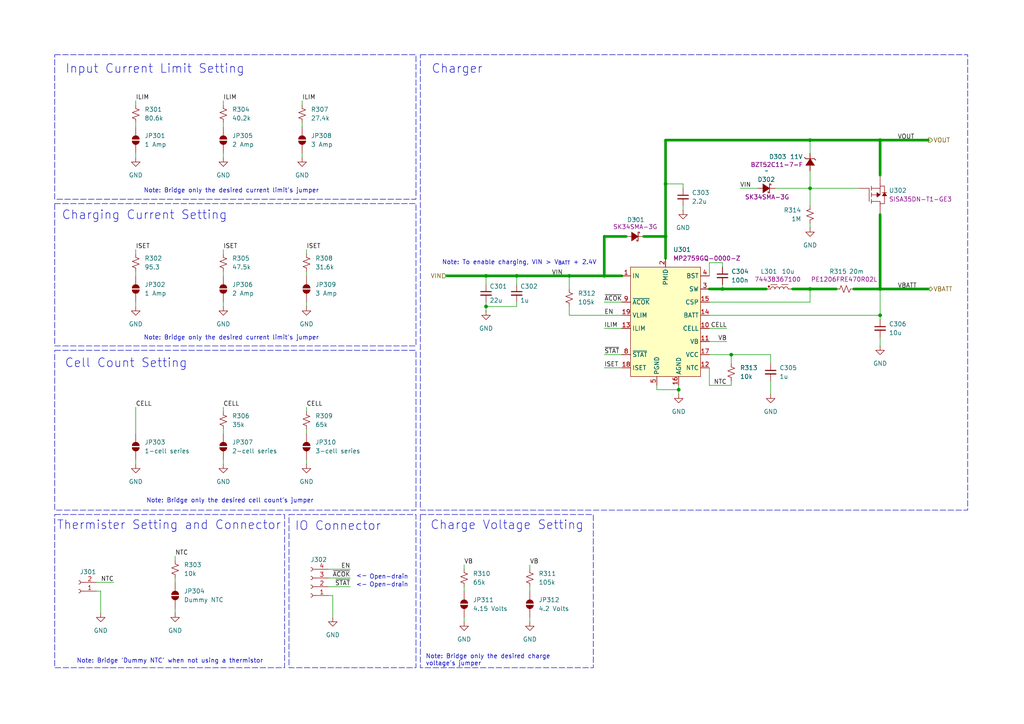
<source format=kicad_sch>
(kicad_sch (version 20231120) (generator "eeschema") (generator_version "8.0")
  (paper "A4")
  (title_block (date "2024-10-27") (rev "0.1.0") (company "University of Wisconsin-Platteville") (comment 1 "Nicholas Loehrke"))
  (lib_symbols
    (symbol "74438367100:74438367100" (pin_numbers hide) (pin_names hide)
      (property "Reference" "L" (at 1.016 5.08 0))
      (property "Value" "10u" (at 6.35 5.08 0))
      (property "MPN" "74438367100" (at 4.318 3.048 0))
      (symbol "74438367100_0_1"
        (polyline (pts (xy 1.27 1.27) (xy 3.175 1.27)))
        (polyline (pts (xy 6.35 1.27) (xy 4.445 1.27)))
        (arc (start 2.54 0) (mid 1.905 0.635) (end 1.27 0))
        (arc (start 3.81 0) (mid 3.175 0.635) (end 2.54 0))
        (arc (start 5.08 0) (mid 4.445 0.635) (end 3.81 0))
        (arc (start 6.35 0) (mid 5.715 0.635) (end 5.08 0))
      )
      (symbol "74438367100_1_1"
        (circle (center 0.7386 0.7103) (radius 0.2216) (fill (type outline)))
        (pin passive line (at 0 0 0) (length 1.27) (name "") (number "1"))
        (pin passive line (at 7.62 0 180) (length 1.27) (name "") (number "2"))
      )
    )
    (symbol "BZT52C11-7-F:BZT52C11-7-F" (pin_numbers hide)
      (property "Reference" "D" (at 2.54 4.826 0))
      (property "MPN" "BZT52C11-7-F" (at 1.778 2.794 0))
      (symbol "BZT52C11-7-F_0_1"
        (polyline (pts (xy 1.27 0) (xy 3.81 0)))
        (polyline (pts (xy 3.4817 -1.2956) (xy 3.4817 1.2444)) (stroke (width 0.2032)))
        (polyline (pts (xy 3.482 -1.2895) (xy 3.0877 -1.649)) (stroke (width 0.2032)))
        (polyline (pts (xy 3.4881 1.2526) (xy 3.8824 1.6121)) (stroke (width 0.2032)))
        (polyline (pts (xy 1.5767 1.2444) (xy 1.5767 -1.2956) (xy 3.4817 -0.0256) (xy 1.5767 1.2444)) (fill (type outline)))
      )
      (symbol "BZT52C11-7-F_1_1"
        (pin passive line (at 5.08 0 180) (length 1.27) (name "") (number "1"))
        (pin passive line (at 0 0 0) (length 1.27) (name "") (number "2"))
      )
    )
    (symbol "Connector:Conn_01x02_Socket" (pin_names (offset 1.016) hide)
      (property "Reference" "J" (at 0 2.54 0))
      (property "Value" "Conn_01x02_Socket" (at 0 -5.08 0))
      (symbol "Conn_01x02_Socket_1_1"
        (arc (start 0 -2.032) (mid -0.5058 -2.54) (end 0 -3.048) (stroke (width 0.1524)))
        (polyline (pts (xy -1.27 -2.54) (xy -0.508 -2.54)) (stroke (width 0.1524)))
        (polyline (pts (xy -1.27 0) (xy -0.508 0)) (stroke (width 0.1524)))
        (arc (start 0 0.508) (mid -0.5058 0) (end 0 -0.508) (stroke (width 0.1524)))
        (pin passive line (at -5.08 0 0) (length 3.81) (name "Pin_1") (number "1"))
        (pin passive line (at -5.08 -2.54 0) (length 3.81) (name "Pin_2") (number "2"))
      )
    )
    (symbol "Connector:Conn_01x04_Socket" (pin_names (offset 1.016) hide)
      (property "Reference" "J" (at 0 5.08 0))
      (property "Value" "Conn_01x04_Socket" (at 0 -7.62 0))
      (symbol "Conn_01x04_Socket_1_1"
        (arc (start 0 -4.572) (mid -0.5058 -5.08) (end 0 -5.588) (stroke (width 0.1524)))
        (arc (start 0 -2.032) (mid -0.5058 -2.54) (end 0 -3.048) (stroke (width 0.1524)))
        (polyline (pts (xy -1.27 -5.08) (xy -0.508 -5.08)) (stroke (width 0.1524)))
        (polyline (pts (xy -1.27 -2.54) (xy -0.508 -2.54)) (stroke (width 0.1524)))
        (polyline (pts (xy -1.27 0) (xy -0.508 0)) (stroke (width 0.1524)))
        (polyline (pts (xy -1.27 2.54) (xy -0.508 2.54)) (stroke (width 0.1524)))
        (arc (start 0 0.508) (mid -0.5058 0) (end 0 -0.508) (stroke (width 0.1524)))
        (arc (start 0 3.048) (mid -0.5058 2.54) (end 0 2.032) (stroke (width 0.1524)))
        (pin passive line (at -5.08 2.54 0) (length 3.81) (name "Pin_1") (number "1"))
        (pin passive line (at -5.08 0 0) (length 3.81) (name "Pin_2") (number "2"))
        (pin passive line (at -5.08 -2.54 0) (length 3.81) (name "Pin_3") (number "3"))
        (pin passive line (at -5.08 -5.08 0) (length 3.81) (name "Pin_4") (number "4"))
      )
    )
    (symbol "Device:C_Small" (pin_numbers hide) (pin_names (offset 0.254) hide)
      (property "Reference" "C" (at 0.254 1.778 0))
      (property "Value" "C_Small" (at 0.254 -2.032 0))
      (symbol "C_Small_0_1"
        (polyline (pts (xy -1.524 -0.508) (xy 1.524 -0.508)) (stroke (width 0.3302)))
        (polyline (pts (xy -1.524 0.508) (xy 1.524 0.508)) (stroke (width 0.3048)))
      )
      (symbol "C_Small_1_1"
        (pin passive line (at 0 2.54 270) (length 2.032) (name "~") (number "1"))
        (pin passive line (at 0 -2.54 90) (length 2.032) (name "~") (number "2"))
      )
    )
    (symbol "Device:R_Small_US" (pin_numbers hide) (pin_names (offset 0.254) hide)
      (property "Reference" "R" (at 0.762 0.508 0))
      (property "Value" "R_Small_US" (at 0.762 -1.016 0))
      (symbol "R_Small_US_1_1"
        (polyline (pts (xy 0 0) (xy 1.016 -0.381) (xy 0 -0.762) (xy -1.016 -1.143) (xy 0 -1.524)))
        (polyline (pts (xy 0 1.524) (xy 1.016 1.143) (xy 0 0.762) (xy -1.016 0.381) (xy 0 0)))
        (pin passive line (at 0 2.54 270) (length 1.016) (name "~") (number "1"))
        (pin passive line (at 0 -2.54 90) (length 1.016) (name "~") (number "2"))
      )
    )
    (symbol "Jumper:SolderJumper_2_Open" (pin_numbers hide) (pin_names (offset 0) hide) (exclude_from_sim yes) (in_bom no)
      (property "Reference" "JP" (at 0 2.032 0))
      (property "Value" "SolderJumper_2_Open" (at 0 -2.54 0))
      (symbol "SolderJumper_2_Open_0_1"
        (arc (start -0.254 1.016) (mid -1.2656 0) (end -0.254 -1.016))
        (arc (start -0.254 1.016) (mid -1.2656 0) (end -0.254 -1.016) (fill (type outline)))
        (polyline (pts (xy -0.254 1.016) (xy -0.254 -1.016)))
        (polyline (pts (xy 0.254 1.016) (xy 0.254 -1.016)))
        (arc (start 0.254 -1.016) (mid 1.2656 0) (end 0.254 1.016))
        (arc (start 0.254 -1.016) (mid 1.2656 0) (end 0.254 1.016) (fill (type outline)))
      )
      (symbol "SolderJumper_2_Open_1_1"
        (pin passive line (at -3.81 0 0) (length 2.54) (name "A") (number "1"))
        (pin passive line (at 3.81 0 180) (length 2.54) (name "B") (number "2"))
      )
    )
    (symbol "MP2759GQ-0000-Z:MP2759GQ-0000-Z"
      (property "Reference" "U" (at 12.954 16.256 0))
      (property "MPN" "MP2759GQ-0000-Z" (at 13.208 13.716 0))
      (symbol "MP2759GQ-0000-Z_1_1"
        (rectangle (start 2.54 2.54) (end 22.86 -29.21) (fill (type background)))
        (pin passive line (at 0 0 0) (length 2.54) (name "IN") (number "1"))
        (pin passive line (at 25.4 -15.24 180) (length 2.54) (name "CELL") (number "10"))
        (pin passive line (at 25.4 -19.05 180) (length 2.54) (name "VB") (number "11"))
        (pin passive line (at 25.4 -26.67 180) (length 2.54) (name "NTC") (number "12"))
        (pin passive line (at 0 -15.24 0) (length 2.54) (name "ILIM") (number "13"))
        (pin passive line (at 25.4 -11.43 180) (length 2.54) (name "BATT") (number "14"))
        (pin passive line (at 25.4 -7.62 180) (length 2.54) (name "CSP") (number "15"))
        (pin passive line (at 16.51 -31.75 90) (length 2.54) (name "AGND") (number "16"))
        (pin passive line (at 25.4 -22.86 180) (length 2.54) (name "VCC") (number "17"))
        (pin passive line (at 0 -26.67 0) (length 2.54) (name "ISET") (number "18"))
        (pin passive line (at 0 -11.43 0) (length 2.54) (name "VLIM") (number "19"))
        (pin passive line (at 12.7 5.08 270) (length 2.54) (name "PMID") (number "2"))
        (pin passive line (at 25.4 -3.81 180) (length 2.54) (name "SW") (number "3"))
        (pin passive line (at 25.4 0 180) (length 2.54) (name "BST") (number "4"))
        (pin passive line (at 10.16 -31.75 90) (length 2.54) (name "PGND") (number "5"))
        (pin passive line (at 10.16 -31.75 90) (length 2.54) hide (name "PGND") (number "6"))
        (pin passive line (at 10.16 -31.75 90) (length 2.54) hide (name "PGND") (number "7"))
        (pin passive line (at 0 -22.86 0) (length 2.54) (name "~{STAT}") (number "8"))
        (pin passive line (at 0 -7.62 0) (length 2.54) (name "~{ACOK}") (number "9"))
      )
    )
    (symbol "PE1206FRE470R02L:PE1206FRE470R02L" (pin_numbers hide) (pin_names hide)
      (property "Reference" "R" (at 2.8575 4.7625 0))
      (property "Value" "20m" (at 3.1115 2.7305 0))
      (property "MPN" "PE1206FRE470R02L" (at 3.1115 -2.3495 0))
      (symbol "PE1206FRE470R02L_1_1"
        (polyline (pts (xy 1.016 0) (xy 1.397 1.016) (xy 1.778 0) (xy 2.159 -1.016) (xy 2.54 0)))
        (polyline (pts (xy 2.54 0) (xy 2.921 1.016) (xy 3.302 0) (xy 3.683 -1.016) (xy 4.064 0)))
        (pin passive line (at 0 0 0) (length 1.016) (name "~") (number "1"))
        (pin passive line (at 5.08 0 180) (length 1.016) (name "~") (number "2"))
      )
    )
    (symbol "SISA35DN-T1-GE3:SISA35DN-T1-GE3" (pin_numbers hide)
      (property "Reference" "U" (at 5.842 -3.302 0))
      (property "MPN" "SISA35DN-T1-GE3" (at 14.224 -5.334 0))
      (symbol "SISA35DN-T1-GE3_0_1"
        (polyline (pts (xy 0 -6.985) (xy 0 -8.255)))
        (polyline (pts (xy 0 -5.715) (xy 1.905 -5.715)))
        (polyline (pts (xy 0 -5.08) (xy 0 -6.35)))
        (polyline (pts (xy 0 -3.175) (xy 0 -4.445)))
        (polyline (pts (xy 2.54 -8.89) (xy 2.54 -8.255)))
        (polyline (pts (xy 2.54 -3.175) (xy 2.54 -2.54)))
        (polyline (pts (xy 3.175 -5.08) (xy 4.445 -5.08)))
        (polyline (pts (xy -0.635 -7.62) (xy -0.635 -3.81) (xy -1.27 -3.81)))
        (polyline (pts (xy 0 -3.81) (xy 2.54 -3.81) (xy 2.54 -5.715)))
        (polyline (pts (xy 2.54 -8.255) (xy 2.54 -7.62) (xy 0 -7.62)))
        (polyline (pts (xy 2.54 -8.255) (xy 3.81 -8.255) (xy 3.81 -5.715)))
        (polyline (pts (xy 2.54 -5.715) (xy 1.6169 -6.3499) (xy 1.6169 -5.0799) (xy 2.54 -5.7024)) (fill (type outline)))
        (polyline (pts (xy 3.81 -5.08) (xy 3.81 -3.175) (xy 2.54 -3.175) (xy 2.54 -3.81)))
        (polyline (pts (xy 3.81 -5.08) (xy 4.4449 -6.0031) (xy 3.1749 -6.0031) (xy 3.7974 -5.08)) (fill (type outline)))
      )
      (symbol "SISA35DN-T1-GE3_1_1"
        (pin passive line (at 2.54 0 270) (length 2.54) (name "") (number "1"))
        (pin passive line (at -3.81 -3.81 0) (length 2.54) (name "") (number "4"))
        (pin passive line (at 2.54 -11.43 90) (length 2.54) (name "") (number "5"))
      )
    )
    (symbol "SK34SMA-3G:SK34SMA-3G" (pin_numbers hide)
      (property "Reference" "D" (at 2.54 4.318 0))
      (property "MPN" "SK34SMA-3G" (at 2.54 2.54 0))
      (symbol "SK34SMA-3G_0_1"
        (polyline (pts (xy 1.27 0) (xy 3.81 0)))
        (polyline (pts (xy 3.4817 -1.2956) (xy 3.4817 1.2444)) (stroke (width 0.2032)))
        (polyline (pts (xy 3.4817 -1.2956) (xy 3.0781 -1.296) (xy 3.0781 -0.9489)) (stroke (width 0.2032)))
        (polyline (pts (xy 3.4817 1.2444) (xy 3.8853 1.2448) (xy 3.8853 0.8977)) (stroke (width 0.2032)))
        (polyline (pts (xy 1.5767 1.2444) (xy 1.5767 -1.2956) (xy 3.4817 -0.0256) (xy 1.5767 1.2444)) (fill (type outline)))
      )
      (symbol "SK34SMA-3G_1_1"
        (pin passive line (at 5.08 0 180) (length 1.27) (name "") (number "1"))
        (pin passive line (at 0 0 0) (length 1.27) (name "") (number "2"))
      )
    )
    (symbol "power:GND" (power) (pin_numbers hide) (pin_names (offset 0) hide)
      (property "Value" "GND" (at 0 -3.81 0))
      (symbol "GND_0_1"
        (polyline (pts (xy 0 0) (xy 0 -1.27) (xy 1.27 -1.27) (xy 0 -2.54) (xy -1.27 -1.27) (xy 0 -1.27)))
      )
      (symbol "GND_1_1"
        (pin power_in line (at 0 0 270) (length 0) (name "~") (number "1"))
      )
    )
  )
  (junction (at 175.26 80.01))
  (junction (at 193.04 68.58))
  (junction (at 212.09 102.87))
  (junction (at 234.95 54.61))
  (junction (at 193.04 53.34))
  (junction (at 140.97 88.9))
  (junction (at 140.97 80.01))
  (junction (at 255.27 83.82))
  (junction (at 149.86 80.01))
  (junction (at 209.55 83.82))
  (junction (at 255.27 91.44))
  (junction (at 234.95 83.82))
  (junction (at 255.27 40.64))
  (junction (at 196.85 113.03))
  (junction (at 165.1 80.01))
  (junction (at 234.95 40.64))
  (wire (pts (xy 214.63 54.61) (xy 219.71 54.61)))
  (wire (pts (xy 209.55 82.55) (xy 209.55 83.82)))
  (wire (pts (xy 175.26 95.25) (xy 180.34 95.25)))
  (wire (pts (xy 149.86 80.01) (xy 149.86 82.55)))
  (wire (pts (xy 234.95 83.82) (xy 242.57 83.82)) (stroke (width 0.762)))
  (wire (pts (xy 87.63 44.45) (xy 87.63 45.72)))
  (wire (pts (xy 212.09 102.87) (xy 212.09 105.41)))
  (wire (pts (xy 64.77 72.39) (xy 64.77 73.66)))
  (wire (pts (xy 175.26 80.01) (xy 180.34 80.01)) (stroke (width 0.762)))
  (wire (pts (xy 140.97 88.9) (xy 140.97 90.17)))
  (wire (pts (xy 175.26 68.58) (xy 181.61 68.58)) (stroke (width 0.762)))
  (wire (pts (xy 205.74 91.44) (xy 255.27 91.44)))
  (wire (pts (xy 255.27 40.64) (xy 255.27 50.8)) (stroke (width 0.762)))
  (wire (pts (xy 212.09 102.87) (xy 223.52 102.87)))
  (wire (pts (xy 223.52 105.41) (xy 223.52 102.87)))
  (wire (pts (xy 88.9 119.38) (xy 88.9 118.11)))
  (wire (pts (xy 175.26 106.68) (xy 180.34 106.68)))
  (wire (pts (xy 39.37 44.45) (xy 39.37 45.72)))
  (wire (pts (xy 64.77 87.63) (xy 64.77 88.9)))
  (wire (pts (xy 190.5 111.76) (xy 190.5 113.03)))
  (wire (pts (xy 255.27 97.79) (xy 255.27 100.33)))
  (wire (pts (xy 193.04 53.34) (xy 198.12 53.34)))
  (wire (pts (xy 165.1 80.01) (xy 175.26 80.01)) (stroke (width 0.762)))
  (wire (pts (xy 64.77 78.74) (xy 64.77 80.01)))
  (wire (pts (xy 234.95 49.53) (xy 234.95 54.61)))
  (wire (pts (xy 101.6 170.18) (xy 95.25 170.18)))
  (wire (pts (xy 88.9 133.35) (xy 88.9 134.62)))
  (wire (pts (xy 153.67 170.18) (xy 153.67 171.45)))
  (wire (pts (xy 153.67 179.07) (xy 153.67 180.34)))
  (wire (pts (xy 255.27 91.44) (xy 255.27 83.82)))
  (wire (pts (xy 234.95 54.61) (xy 248.92 54.61)))
  (wire (pts (xy 87.63 29.21) (xy 87.63 30.48)))
  (wire (pts (xy 205.74 106.68) (xy 205.74 111.76)))
  (wire (pts (xy 64.77 44.45) (xy 64.77 45.72)))
  (wire (pts (xy 255.27 91.44) (xy 255.27 92.71)))
  (wire (pts (xy 234.95 64.77) (xy 234.95 66.04)))
  (wire (pts (xy 87.63 35.56) (xy 87.63 36.83)))
  (wire (pts (xy 39.37 133.35) (xy 39.37 134.62)))
  (wire (pts (xy 175.26 87.63) (xy 180.34 87.63)))
  (wire (pts (xy 198.12 53.34) (xy 198.12 54.61)))
  (wire (pts (xy 149.86 80.01) (xy 165.1 80.01)) (stroke (width 0.762)))
  (wire (pts (xy 196.85 113.03) (xy 196.85 114.3)))
  (wire (pts (xy 88.9 78.74) (xy 88.9 80.01)))
  (wire (pts (xy 140.97 80.01) (xy 149.86 80.01)) (stroke (width 0.762)))
  (wire (pts (xy 129.54 80.01) (xy 140.97 80.01)) (stroke (width 0.762)))
  (wire (pts (xy 209.55 83.82) (xy 222.25 83.82)) (stroke (width 0.762)))
  (wire (pts (xy 88.9 124.46) (xy 88.9 125.73)))
  (wire (pts (xy 193.04 40.64) (xy 234.95 40.64)) (stroke (width 0.762)))
  (wire (pts (xy 27.94 171.45) (xy 29.21 171.45)))
  (wire (pts (xy 64.77 118.11) (xy 64.77 119.38)))
  (wire (pts (xy 234.95 40.64) (xy 255.27 40.64)) (stroke (width 0.762)))
  (wire (pts (xy 165.1 80.01) (xy 165.1 83.82)))
  (wire (pts (xy 175.26 102.87) (xy 180.34 102.87)))
  (wire (pts (xy 88.9 87.63) (xy 88.9 88.9)))
  (wire (pts (xy 64.77 124.46) (xy 64.77 125.73)))
  (wire (pts (xy 205.74 111.76) (xy 212.09 111.76)))
  (wire (pts (xy 255.27 62.23) (xy 255.27 83.82)) (stroke (width 0.762)))
  (wire (pts (xy 39.37 29.21) (xy 39.37 30.48)))
  (wire (pts (xy 134.62 170.18) (xy 134.62 171.45)))
  (wire (pts (xy 165.1 88.9) (xy 165.1 91.44)))
  (wire (pts (xy 234.95 40.64) (xy 234.95 44.45)))
  (wire (pts (xy 50.8 176.53) (xy 50.8 177.8)))
  (wire (pts (xy 224.79 54.61) (xy 234.95 54.61)))
  (wire (pts (xy 193.04 53.34) (xy 193.04 68.58)) (stroke (width 0.762)))
  (wire (pts (xy 101.6 167.64) (xy 95.25 167.64)))
  (wire (pts (xy 39.37 125.73) (xy 39.37 118.11)))
  (wire (pts (xy 193.04 40.64) (xy 193.04 53.34)) (stroke (width 0.762)))
  (wire (pts (xy 101.6 165.1) (xy 95.25 165.1)))
  (wire (pts (xy 212.09 111.76) (xy 212.09 110.49)))
  (wire (pts (xy 39.37 35.56) (xy 39.37 36.83)))
  (wire (pts (xy 96.52 172.72) (xy 96.52 179.07)))
  (wire (pts (xy 95.25 172.72) (xy 96.52 172.72)))
  (wire (pts (xy 175.26 80.01) (xy 175.26 68.58)) (stroke (width 0.762)))
  (wire (pts (xy 205.74 80.01) (xy 205.74 76.2)))
  (wire (pts (xy 50.8 167.64) (xy 50.8 168.91)))
  (wire (pts (xy 140.97 80.01) (xy 140.97 82.55)))
  (wire (pts (xy 234.95 54.61) (xy 234.95 59.69)))
  (wire (pts (xy 209.55 76.2) (xy 209.55 77.47)))
  (wire (pts (xy 234.95 87.63) (xy 234.95 83.82)))
  (wire (pts (xy 196.85 113.03) (xy 196.85 111.76)))
  (wire (pts (xy 205.74 83.82) (xy 209.55 83.82)) (stroke (width 0.762)))
  (wire (pts (xy 210.82 95.25) (xy 205.74 95.25)))
  (wire (pts (xy 223.52 110.49) (xy 223.52 114.3)))
  (wire (pts (xy 255.27 83.82) (xy 247.65 83.82)) (stroke (width 0.762)))
  (wire (pts (xy 210.82 99.06) (xy 205.74 99.06)))
  (wire (pts (xy 29.21 171.45) (xy 29.21 177.8)))
  (wire (pts (xy 186.69 68.58) (xy 193.04 68.58)) (stroke (width 0.762)))
  (wire (pts (xy 205.74 102.87) (xy 212.09 102.87)))
  (wire (pts (xy 140.97 88.9) (xy 149.86 88.9)))
  (wire (pts (xy 205.74 76.2) (xy 209.55 76.2)))
  (wire (pts (xy 140.97 87.63) (xy 140.97 88.9)))
  (wire (pts (xy 255.27 83.82) (xy 269.24 83.82)) (stroke (width 0.762)))
  (wire (pts (xy 39.37 87.63) (xy 39.37 88.9)))
  (wire (pts (xy 50.8 161.29) (xy 50.8 162.56)))
  (wire (pts (xy 198.12 59.69) (xy 198.12 60.96)))
  (wire (pts (xy 39.37 72.39) (xy 39.37 73.66)))
  (wire (pts (xy 193.04 74.93) (xy 193.04 68.58)) (stroke (width 0.762)))
  (wire (pts (xy 33.02 168.91) (xy 27.94 168.91)))
  (wire (pts (xy 134.62 179.07) (xy 134.62 180.34)))
  (wire (pts (xy 64.77 35.56) (xy 64.77 36.83)))
  (wire (pts (xy 134.62 165.1) (xy 134.62 163.83)))
  (wire (pts (xy 153.67 165.1) (xy 153.67 163.83)))
  (wire (pts (xy 255.27 40.64) (xy 269.24 40.64)) (stroke (width 0.762)))
  (wire (pts (xy 165.1 91.44) (xy 180.34 91.44)))
  (wire (pts (xy 149.86 87.63) (xy 149.86 88.9)))
  (wire (pts (xy 205.74 87.63) (xy 234.95 87.63)))
  (wire (pts (xy 64.77 29.21) (xy 64.77 30.48)))
  (wire (pts (xy 39.37 78.74) (xy 39.37 80.01)))
  (wire (pts (xy 229.87 83.82) (xy 234.95 83.82)) (stroke (width 0.762)))
  (wire (pts (xy 64.77 133.35) (xy 64.77 134.62)))
  (wire (pts (xy 190.5 113.03) (xy 196.85 113.03)))
  (wire (pts (xy 88.9 72.39) (xy 88.9 73.66)))
  (rectangle (start 15.875 15.875) (end 120.65 57.785) (stroke (width 0) (type dash)))
  (rectangle (start 83.82 149.225) (end 120.65 193.675) (stroke (width 0) (type dash)))
  (rectangle (start 121.92 149.225) (end 172.085 193.675) (stroke (width 0) (type dash)))
  (rectangle (start 15.875 59.055) (end 120.65 100.33) (stroke (width 0) (type dash)))
  (rectangle (start 15.875 149.225) (end 82.55 193.675) (stroke (width 0) (type dash)))
  (rectangle (start 121.92 15.875) (end 280.67 147.955) (stroke (width 0) (type dash)))
  (rectangle (start 15.875 101.6) (end 120.65 147.955) (stroke (width 0) (type dash)))
  (text "Note: Bridge only the desired cell count's jumper" (at 42.418 145.288 0) (effects (font (size 1.27 1.27)) (justify left)))
  (text "Charging Current Setting" (at 41.91 62.484 0) (effects (font (size 2.54 2.54))))
  (text "Note: Bridge 'Dummy NTC' when not using a thermistor" (at 49.276 191.77 0) (effects (font (size 1.27 1.27))))
  (text "Thermister Setting and Connector" (at 49.022 152.4 0) (effects (font (size 2.54 2.54))))
  (text "<-" (at 104.902 167.132 0) (effects (font (size 1.27 1.27))))
  (text "Cell Count Setting" (at 36.576 105.41 0) (effects (font (size 2.54 2.54))))
  (text "Charger" (at 132.588 20.066 0) (effects (font (size 2.54 2.54))))
  (text "Note: Bridge only the desired charge \nvoltage's jumper" (at 123.444 191.516 0) (effects (font (size 1.27 1.27)) (justify left)))
  (text "IO Connector" (at 98.044 152.654 0) (effects (font (size 2.54 2.54))))
  (text "Input Current Limit Setting" (at 44.958 20.066 0) (effects (font (size 2.54 2.54))))
  (text "Note: Bridge only the desired current limit's jumper" (at 41.656 55.372 0) (effects (font (size 1.27 1.27)) (justify left)))
  (text "Open-drain" (at 112.776 169.672 0) (effects (font (size 1.27 1.27))))
  (text "Note: Bridge only the desired current limit's jumper" (at 41.656 98.044 0) (effects (font (size 1.27 1.27)) (justify left)))
  (text "<-" (at 104.902 169.672 0) (effects (font (size 1.27 1.27))))
  (text "Open-drain" (at 112.776 167.386 0) (effects (font (size 1.27 1.27))))
  (text "Note: To enable charging, VIN > V_{BATT} + 2.4V" (at 150.622 76.2 0) (effects (font (size 1.27 1.27))))
  (text "Charge Voltage Setting" (at 147.066 152.4 0) (effects (font (size 2.54 2.54))))
  (label "EN" (at 101.6 165.1 180))
  (label "~{STAT}" (at 175.26 102.87 0))
  (label "VB" (at 153.67 163.83 0))
  (label "ISET" (at 88.9 72.39 0))
  (label "ISET" (at 64.77 72.39 0))
  (label "NTC" (at 207.01 111.76 0))
  (label "~{ACOK}" (at 101.6 167.64 180))
  (label "ILIM" (at 87.63 29.21 0))
  (label "VIN" (at 160.02 80.01 0))
  (label "CELL" (at 64.77 118.11 0))
  (label "ILIM" (at 64.77 29.21 0))
  (label "CELL" (at 39.37 118.11 0))
  (label "EN" (at 175.26 91.44 0))
  (label "CELL" (at 88.9 118.11 0))
  (label "~{ACOK}" (at 175.26 87.63 0))
  (label "NTC" (at 33.02 168.91 180))
  (label "VB" (at 134.62 163.83 0))
  (label "CELL" (at 210.82 95.25 180))
  (label "VB" (at 210.82 99.06 180))
  (label "VIN" (at 214.63 54.61 0))
  (label "VBATT" (at 260.35 83.82 0))
  (label "ILIM" (at 39.37 29.21 0))
  (label "VOUT" (at 260.35 40.64 0))
  (label "NTC" (at 50.8 161.29 0))
  (label "~{STAT}" (at 101.6 170.18 180))
  (label "ISET" (at 39.37 72.39 0))
  (label "ISET" (at 175.26 106.68 0))
  (label "ILIM" (at 175.26 95.25 0))
  (hierarchical_label "VBATT" (shape bidirectional) (at 269.24 83.82 0))
  (hierarchical_label "VIN" (shape input) (at 129.54 80.01 180))
  (hierarchical_label "VOUT" (shape output) (at 269.24 40.64 0))
  (symbol (lib_id "PE1206FRE470R02L:PE1206FRE470R02L") (at 242.57 83.82 0) (unit 1)
    (property "Reference" "R315" (at 243.078 78.74 0))
    (property "Value" "20m" (at 248.412 78.74 0))
    (property "Footprint" "PE1206FRE470R02L:PE1206FRE470R02L" (effects (hide yes)))
    (property "Datasheet" "https://www.yageo.com/upload/media/product/app/datasheet/rchip/pyu-pe_521_rohs_l.pdf" (effects (hide yes)))
    (property "MPN" "PE1206FRE470R02L" (at 244.856 81.026 0))
  )
  (symbol (lib_id "power:GND") (at 29.21 177.8 0) (mirror y) (unit 1)
    (property "Reference" "#PWR0301" (effects (hide yes)))
    (property "Value" "GND" (at 29.21 182.88 0))
    (property "Description" "Power symbol creates a global label with name \"GND\" , ground" (effects (hide yes)))
  )
  (symbol (lib_id "power:GND") (at 88.9 88.9 0) (unit 1)
    (property "Reference" "#PWR0310" (effects (hide yes)))
    (property "Value" "GND" (at 88.9 93.98 0))
    (property "Description" "Power symbol creates a global label with name \"GND\" , ground" (effects (hide yes)))
  )
  (symbol (lib_id "power:GND") (at 234.95 66.04 0) (unit 1)
    (property "Reference" "#PWR0319" (effects (hide yes)))
    (property "Value" "GND" (at 234.95 71.12 0))
    (property "Description" "Power symbol creates a global label with name \"GND\" , ground" (effects (hide yes)))
  )
  (symbol (lib_id "power:GND") (at 64.77 88.9 0) (unit 1)
    (property "Reference" "#PWR0307" (effects (hide yes)))
    (property "Value" "GND" (at 64.77 93.98 0))
    (property "Description" "Power symbol creates a global label with name \"GND\" , ground" (effects (hide yes)))
  )
  (symbol (lib_id "Jumper:SolderJumper_2_Open") (at 88.9 83.82 90) (unit 1) (exclude_from_sim yes) (in_bom no)
    (property "Reference" "JP309" (at 91.44 82.5499 90) (effects (justify right)))
    (property "Value" "3 Amp" (at 91.44 85.0899 90) (effects (justify right)))
    (property "Footprint" "Jumper:SolderJumper-2_P1.3mm_Open_RoundedPad1.0x1.5mm" (effects (hide yes)))
    (property "Description" "Solder Jumper, 2-pole, open" (effects (hide yes)))
  )
  (symbol (lib_id "power:GND") (at 50.8 177.8 0) (unit 1)
    (property "Reference" "#PWR0305" (effects (hide yes)))
    (property "Value" "GND" (at 50.8 182.88 0))
    (property "Description" "Power symbol creates a global label with name \"GND\" , ground" (effects (hide yes)))
  )
  (symbol (lib_id "power:GND") (at 39.37 88.9 0) (unit 1)
    (property "Reference" "#PWR0303" (effects (hide yes)))
    (property "Value" "GND" (at 39.37 93.98 0))
    (property "Description" "Power symbol creates a global label with name \"GND\" , ground" (effects (hide yes)))
  )
  (symbol (lib_id "Jumper:SolderJumper_2_Open") (at 153.67 175.26 90) (unit 1) (exclude_from_sim yes) (in_bom no)
    (property "Reference" "JP312" (at 156.21 173.9899 90) (effects (justify right)))
    (property "Value" "4.2 Volts" (at 156.21 176.5299 90) (effects (justify right)))
    (property "Footprint" "Jumper:SolderJumper-2_P1.3mm_Open_RoundedPad1.0x1.5mm" (effects (hide yes)))
    (property "Description" "Solder Jumper, 2-pole, open" (effects (hide yes)))
  )
  (symbol (lib_id "Connector:Conn_01x02_Socket") (at 22.86 171.45 180) (unit 1)
    (property "Reference" "J301" (at 27.94 165.862 0) (effects (justify left)))
    (property "Value" "Conn_01x02_Socket" (effects (hide yes)))
    (property "Footprint" "Connector_JST:JST_XH_B2B-XH-A_1x02_P2.50mm_Vertical" (effects (hide yes)))
    (property "Description" "Generic connector, single row, 01x02, script generated" (effects (hide yes)))
  )
  (symbol (lib_id "Device:R_Small_US") (at 39.37 33.02 0) (unit 1)
    (property "Reference" "R301" (at 41.91 31.7499 0) (effects (justify left)))
    (property "Value" "80.6k" (at 41.91 34.2899 0) (effects (justify left)))
    (property "Footprint" "Resistor_SMD:R_0603_1608Metric" (effects (hide yes)))
    (property "Description" "Resistor, small US symbol" (effects (hide yes)))
  )
  (symbol (lib_id "Jumper:SolderJumper_2_Open") (at 87.63 40.64 90) (unit 1) (exclude_from_sim yes) (in_bom no)
    (property "Reference" "JP308" (at 90.17 39.3699 90) (effects (justify right)))
    (property "Value" "3 Amp" (at 90.17 41.9099 90) (effects (justify right)))
    (property "Footprint" "Jumper:SolderJumper-2_P1.3mm_Open_RoundedPad1.0x1.5mm" (effects (hide yes)))
    (property "Description" "Solder Jumper, 2-pole, open" (effects (hide yes)))
  )
  (symbol (lib_id "MP2759GQ-0000-Z:MP2759GQ-0000-Z") (at 180.34 80.01 0) (unit 1)
    (property "Reference" "U301" (at 195.2341 72.39 0) (effects (justify left)))
    (property "Footprint" "MP2759GQ-0000-Z:MP2759GQ-0000-Z" (effects (hide yes)))
    (property "Datasheet" "https://www.monolithicpower.com/en/documentview/productdocument/index/version/2/document_type/Datasheet/lang/en/sku/MP2759GQ/document_id/6770/" (effects (hide yes)))
    (property "Description" "36V Switching Charger with Power Path Management for 1-Cell to 6-Cell Batteries" (effects (hide yes)))
    (property "MPN" "MP2759GQ-0000-Z" (at 195.2341 74.93 0) (effects (justify left)))
  )
  (symbol (lib_id "Device:R_Small_US") (at 88.9 76.2 0) (unit 1)
    (property "Reference" "R308" (at 91.44 74.9299 0) (effects (justify left)))
    (property "Value" "31.6k" (at 91.44 77.4699 0) (effects (justify left)))
    (property "Footprint" "Resistor_SMD:R_0603_1608Metric" (effects (hide yes)))
    (property "Description" "Resistor, small US symbol" (effects (hide yes)))
  )
  (symbol (lib_id "Jumper:SolderJumper_2_Open") (at 64.77 83.82 90) (unit 1) (exclude_from_sim yes) (in_bom no)
    (property "Reference" "JP306" (at 67.31 82.5499 90) (effects (justify right)))
    (property "Value" "2 Amp" (at 67.31 85.0899 90) (effects (justify right)))
    (property "Footprint" "Jumper:SolderJumper-2_P1.3mm_Open_RoundedPad1.0x1.5mm" (effects (hide yes)))
    (property "Description" "Solder Jumper, 2-pole, open" (effects (hide yes)))
  )
  (symbol (lib_id "Device:R_Small_US") (at 234.95 62.23 0) (mirror y) (unit 1)
    (property "Reference" "R314" (at 232.41 60.9599 0) (effects (justify left)))
    (property "Value" "1M" (at 232.41 63.4999 0) (effects (justify left)))
    (property "Footprint" "Resistor_SMD:R_0603_1608Metric" (effects (hide yes)))
    (property "Description" "Resistor, small US symbol" (effects (hide yes)))
  )
  (symbol (lib_id "Device:R_Small_US") (at 87.63 33.02 0) (unit 1)
    (property "Reference" "R307" (at 90.17 31.7499 0) (effects (justify left)))
    (property "Value" "27.4k" (at 90.17 34.2899 0) (effects (justify left)))
    (property "Footprint" "Resistor_SMD:R_0603_1608Metric" (effects (hide yes)))
    (property "Description" "Resistor, small US symbol" (effects (hide yes)))
  )
  (symbol (lib_id "Jumper:SolderJumper_2_Open") (at 134.62 175.26 90) (unit 1) (exclude_from_sim yes) (in_bom no)
    (property "Reference" "JP311" (at 137.16 173.9899 90) (effects (justify right)))
    (property "Value" "4.15 Volts" (at 137.16 176.5299 90) (effects (justify right)))
    (property "Footprint" "Jumper:SolderJumper-2_P1.3mm_Open_RoundedPad1.0x1.5mm" (effects (hide yes)))
    (property "Description" "Solder Jumper, 2-pole, open" (effects (hide yes)))
  )
  (symbol (lib_id "Device:R_Small_US") (at 88.9 121.92 0) (unit 1)
    (property "Reference" "R309" (at 91.44 120.6499 0) (effects (justify left)))
    (property "Value" "65k" (at 91.44 123.1899 0) (effects (justify left)))
    (property "Footprint" "Resistor_SMD:R_0603_1608Metric" (effects (hide yes)))
    (property "Description" "Resistor, small US symbol" (effects (hide yes)))
  )
  (symbol (lib_id "Jumper:SolderJumper_2_Open") (at 39.37 40.64 90) (unit 1) (exclude_from_sim yes) (in_bom no)
    (property "Reference" "JP301" (at 41.91 39.3699 90) (effects (justify right)))
    (property "Value" "1 Amp" (at 41.91 41.9099 90) (effects (justify right)))
    (property "Footprint" "Jumper:SolderJumper-2_P1.3mm_Open_RoundedPad1.0x1.5mm" (effects (hide yes)))
    (property "Description" "Solder Jumper, 2-pole, open" (effects (hide yes)))
  )
  (symbol (lib_id "Jumper:SolderJumper_2_Open") (at 88.9 129.54 90) (unit 1) (exclude_from_sim yes) (in_bom no)
    (property "Reference" "JP310" (at 91.44 128.2699 90) (effects (justify right)))
    (property "Value" "3-cell series" (at 91.44 130.8099 90) (effects (justify right)))
    (property "Footprint" "Jumper:SolderJumper-2_P1.3mm_Open_RoundedPad1.0x1.5mm" (effects (hide yes)))
    (property "Description" "Solder Jumper, 2-pole, open" (effects (hide yes)))
  )
  (symbol (lib_id "Device:R_Small_US") (at 212.09 107.95 0) (unit 1)
    (property "Reference" "R313" (at 214.63 106.6799 0) (effects (justify left)))
    (property "Value" "10k" (at 214.63 109.2199 0) (effects (justify left)))
    (property "Footprint" "Resistor_SMD:R_0603_1608Metric" (effects (hide yes)))
    (property "Description" "Resistor, small US symbol" (effects (hide yes)))
  )
  (symbol (lib_id "power:GND") (at 255.27 100.33 0) (unit 1)
    (property "Reference" "#PWR0320" (effects (hide yes)))
    (property "Value" "GND" (at 255.27 105.41 0))
    (property "Description" "Power symbol creates a global label with name \"GND\" , ground" (effects (hide yes)))
  )
  (symbol (lib_id "Device:R_Small_US") (at 165.1 86.36 0) (unit 1)
    (property "Reference" "R312" (at 167.64 85.0899 0) (effects (justify left)))
    (property "Value" "105k" (at 167.64 87.6299 0) (effects (justify left)))
    (property "Footprint" "Resistor_SMD:R_0603_1608Metric" (effects (hide yes)))
    (property "Description" "Resistor, small US symbol" (effects (hide yes)))
  )
  (symbol (lib_id "power:GND") (at 153.67 180.34 0) (unit 1)
    (property "Reference" "#PWR0315" (effects (hide yes)))
    (property "Value" "GND" (at 153.67 185.42 0))
    (property "Description" "Power symbol creates a global label with name \"GND\" , ground" (effects (hide yes)))
  )
  (symbol (lib_id "Device:C_Small") (at 255.27 95.25 0) (unit 1)
    (property "Reference" "C306" (at 257.81 93.9862 0) (effects (justify left)))
    (property "Value" "10u" (at 257.81 96.5262 0) (effects (justify left)))
    (property "Footprint" "Capacitor_SMD:C_0805_2012Metric" (effects (hide yes)))
    (property "Description" "Unpolarized capacitor, small symbol" (effects (hide yes)))
  )
  (symbol (lib_id "power:GND") (at 88.9 134.62 0) (unit 1)
    (property "Reference" "#PWR0311" (effects (hide yes)))
    (property "Value" "GND" (at 88.9 139.7 0))
    (property "Description" "Power symbol creates a global label with name \"GND\" , ground" (effects (hide yes)))
  )
  (symbol (lib_id "Device:R_Small_US") (at 64.77 121.92 0) (unit 1)
    (property "Reference" "R306" (at 67.31 120.6499 0) (effects (justify left)))
    (property "Value" "35k" (at 67.31 123.1899 0) (effects (justify left)))
    (property "Footprint" "Resistor_SMD:R_0603_1608Metric" (effects (hide yes)))
    (property "Description" "Resistor, small US symbol" (effects (hide yes)))
  )
  (symbol (lib_id "Device:C_Small") (at 223.52 107.95 0) (unit 1)
    (property "Reference" "C305" (at 226.06 106.6862 0) (effects (justify left)))
    (property "Value" "1u" (at 226.06 109.2262 0) (effects (justify left)))
    (property "Footprint" "Capacitor_SMD:C_0603_1608Metric" (effects (hide yes)))
    (property "Description" "Unpolarized capacitor, small symbol" (effects (hide yes)))
  )
  (symbol (lib_id "SISA35DN-T1-GE3:SISA35DN-T1-GE3") (at 252.73 50.8 0) (unit 1)
    (property "Reference" "U302" (at 257.81 55.2449 0) (effects (justify left)))
    (property "Footprint" "SISA35DN-T1-GE3:SISA35DN-T1-GE3" (effects (hide yes)))
    (property "Datasheet" "https://www.vishay.com/docs/75831/sisa35dn.pdf" (effects (hide yes)))
    (property "MPN" "SISA35DN-T1-GE3" (at 257.81 57.7849 0) (effects (justify left)))
  )
  (symbol (lib_id "power:GND") (at 223.52 114.3 0) (unit 1)
    (property "Reference" "#PWR0318" (effects (hide yes)))
    (property "Value" "GND" (at 223.52 119.38 0))
    (property "Description" "Power symbol creates a global label with name \"GND\" , ground" (effects (hide yes)))
  )
  (symbol (lib_id "Jumper:SolderJumper_2_Open") (at 50.8 172.72 90) (unit 1) (exclude_from_sim yes) (in_bom no)
    (property "Reference" "JP304" (at 53.34 171.4499 90) (effects (justify right)))
    (property "Value" "Dummy NTC" (at 53.34 173.9899 90) (effects (justify right)))
    (property "Footprint" "Jumper:SolderJumper-2_P1.3mm_Open_RoundedPad1.0x1.5mm" (effects (hide yes)))
    (property "Description" "Solder Jumper, 2-pole, open" (effects (hide yes)))
  )
  (symbol (lib_id "Device:R_Small_US") (at 50.8 165.1 0) (unit 1)
    (property "Reference" "R303" (at 53.34 163.8299 0) (effects (justify left)))
    (property "Value" "10k" (at 53.34 166.3699 0) (effects (justify left)))
    (property "Footprint" "Resistor_SMD:R_0603_1608Metric" (effects (hide yes)))
    (property "Description" "Resistor, small US symbol" (effects (hide yes)))
  )
  (symbol (lib_id "power:GND") (at 196.85 114.3 0) (unit 1)
    (property "Reference" "#PWR0316" (effects (hide yes)))
    (property "Value" "GND" (at 196.85 119.38 0))
    (property "Description" "Power symbol creates a global label with name \"GND\" , ground" (effects (hide yes)))
  )
  (symbol (lib_id "power:GND") (at 64.77 45.72 0) (unit 1)
    (property "Reference" "#PWR0306" (effects (hide yes)))
    (property "Value" "GND" (at 64.77 50.8 0))
    (property "Description" "Power symbol creates a global label with name \"GND\" , ground" (effects (hide yes)))
  )
  (symbol (lib_id "Device:R_Small_US") (at 39.37 76.2 0) (unit 1)
    (property "Reference" "R302" (at 41.91 74.9299 0) (effects (justify left)))
    (property "Value" "95.3" (at 41.91 77.4699 0) (effects (justify left)))
    (property "Footprint" "Resistor_SMD:R_0603_1608Metric" (effects (hide yes)))
    (property "Description" "Resistor, small US symbol" (effects (hide yes)))
  )
  (symbol (lib_id "BZT52C11-7-F:BZT52C11-7-F") (at 234.95 49.53 90) (unit 1)
    (property "Reference" "D303" (at 223.012 45.466 90) (effects (justify right)))
    (property "Value" "11V" (at 229.108 45.466 90) (effects (justify right)))
    (property "Footprint" "BZT52C11-7-F:BZT52C11-7-F" (effects (hide yes)))
    (property "Datasheet" "https://www.diodes.com/assets/Datasheets/ds18004.pdf" (effects (hide yes)))
    (property "MPN" "BZT52C11-7-F" (at 217.678 47.752 90) (effects (justify right)))
  )
  (symbol (lib_id "power:GND") (at 140.97 90.17 0) (unit 1)
    (property "Reference" "#PWR0314" (effects (hide yes)))
    (property "Value" "GND" (at 140.97 95.25 0))
    (property "Description" "Power symbol creates a global label with name \"GND\" , ground" (effects (hide yes)))
  )
  (symbol (lib_id "power:GND") (at 96.52 179.07 0) (mirror y) (unit 1)
    (property "Reference" "#PWR0312" (effects (hide yes)))
    (property "Value" "GND" (at 96.52 184.15 0))
    (property "Description" "Power symbol creates a global label with name \"GND\" , ground" (effects (hide yes)))
  )
  (symbol (lib_id "Jumper:SolderJumper_2_Open") (at 64.77 129.54 90) (unit 1) (exclude_from_sim yes) (in_bom no)
    (property "Reference" "JP307" (at 67.31 128.2699 90) (effects (justify right)))
    (property "Value" "2-cell series" (at 67.31 130.8099 90) (effects (justify right)))
    (property "Footprint" "Jumper:SolderJumper-2_P1.3mm_Open_RoundedPad1.0x1.5mm" (effects (hide yes)))
    (property "Description" "Solder Jumper, 2-pole, open" (effects (hide yes)))
  )
  (symbol (lib_id "Jumper:SolderJumper_2_Open") (at 64.77 40.64 90) (unit 1) (exclude_from_sim yes) (in_bom no)
    (property "Reference" "JP305" (at 67.31 39.3699 90) (effects (justify right)))
    (property "Value" "2 Amp" (at 67.31 41.9099 90) (effects (justify right)))
    (property "Footprint" "Jumper:SolderJumper-2_P1.3mm_Open_RoundedPad1.0x1.5mm" (effects (hide yes)))
    (property "Description" "Solder Jumper, 2-pole, open" (effects (hide yes)))
  )
  (symbol (lib_id "74438367100:74438367100") (at 222.25 83.82 0) (unit 1)
    (property "Reference" "L301" (at 223.012 78.74 0))
    (property "Value" "10u" (at 228.6 78.74 0))
    (property "Footprint" "74438367100:74438367100" (effects (hide yes)))
    (property "Datasheet" "https://www.we-online.com/components/products/datasheet/74438367100.pdf" (effects (hide yes)))
    (property "MPN" "74438367100" (at 225.552 81.026 0))
  )
  (symbol (lib_id "Connector:Conn_01x04_Socket") (at 90.17 170.18 180) (unit 1)
    (property "Reference" "J302" (at 92.456 162.306 0))
    (property "Value" "Conn_01x04_Socket" (effects (hide yes)))
    (property "Footprint" "Connector_JST:JST_XH_B4B-XH-A_1x04_P2.50mm_Vertical" (effects (hide yes)))
    (property "Description" "Generic connector, single row, 01x04, script generated" (effects (hide yes)))
  )
  (symbol (lib_id "Device:C_Small") (at 140.97 85.09 0) (unit 1)
    (property "Reference" "C301" (at 141.986 83.058 0) (effects (justify left)))
    (property "Value" "22u" (at 141.986 87.122 0) (effects (justify left)))
    (property "Footprint" "Capacitor_SMD:C_1206_3216Metric" (effects (hide yes)))
    (property "Description" "Unpolarized capacitor, small symbol" (effects (hide yes)))
  )
  (symbol (lib_id "power:GND") (at 39.37 134.62 0) (unit 1)
    (property "Reference" "#PWR0304" (effects (hide yes)))
    (property "Value" "GND" (at 39.37 139.7 0))
    (property "Description" "Power symbol creates a global label with name \"GND\" , ground" (effects (hide yes)))
  )
  (symbol (lib_id "SK34SMA-3G:SK34SMA-3G") (at 181.61 68.58 0) (unit 1)
    (property "Reference" "D301" (at 184.404 63.754 0))
    (property "Value" "~" (at 184.2384 63.5 0))
    (property "Footprint" "SK34SMA-3G:SK34SMA-3G" (effects (hide yes)))
    (property "Datasheet" "https://diotec.com/request/datasheet/sk34sma-3g.pdf" (effects (hide yes)))
    (property "MPN" "SK34SMA-3G" (at 184.2384 65.786 0))
  )
  (symbol (lib_id "Device:R_Small_US") (at 134.62 167.64 0) (unit 1)
    (property "Reference" "R310" (at 137.16 166.3699 0) (effects (justify left)))
    (property "Value" "65k" (at 137.16 168.9099 0) (effects (justify left)))
    (property "Footprint" "Resistor_SMD:R_0603_1608Metric" (effects (hide yes)))
    (property "Description" "Resistor, small US symbol" (effects (hide yes)))
  )
  (symbol (lib_id "Device:C_Small") (at 209.55 80.01 0) (unit 1)
    (property "Reference" "C304" (at 212.09 78.7462 0) (effects (justify left)))
    (property "Value" "100n" (at 212.09 81.2862 0) (effects (justify left)))
    (property "Footprint" "Capacitor_SMD:C_0603_1608Metric" (effects (hide yes)))
    (property "Description" "Unpolarized capacitor, small symbol" (effects (hide yes)))
  )
  (symbol (lib_id "Device:C_Small") (at 198.12 57.15 0) (unit 1)
    (property "Reference" "C303" (at 200.66 55.8862 0) (effects (justify left)))
    (property "Value" "2.2u" (at 200.66 58.4262 0) (effects (justify left)))
    (property "Footprint" "Capacitor_SMD:C_1206_3216Metric" (effects (hide yes)))
    (property "Description" "Unpolarized capacitor, small symbol" (effects (hide yes)))
  )
  (symbol (lib_id "Device:R_Small_US") (at 153.67 167.64 0) (unit 1)
    (property "Reference" "R311" (at 156.21 166.3699 0) (effects (justify left)))
    (property "Value" "105k" (at 156.21 168.9099 0) (effects (justify left)))
    (property "Footprint" "Resistor_SMD:R_0603_1608Metric" (effects (hide yes)))
    (property "Description" "Resistor, small US symbol" (effects (hide yes)))
  )
  (symbol (lib_id "Device:R_Small_US") (at 64.77 76.2 0) (unit 1)
    (property "Reference" "R305" (at 67.31 74.9299 0) (effects (justify left)))
    (property "Value" "47.5k" (at 67.31 77.4699 0) (effects (justify left)))
    (property "Footprint" "Resistor_SMD:R_0603_1608Metric" (effects (hide yes)))
    (property "Description" "Resistor, small US symbol" (effects (hide yes)))
  )
  (symbol (lib_id "Jumper:SolderJumper_2_Open") (at 39.37 83.82 90) (unit 1) (exclude_from_sim yes) (in_bom no)
    (property "Reference" "JP302" (at 41.91 82.5499 90) (effects (justify right)))
    (property "Value" "1 Amp" (at 41.91 85.0899 90) (effects (justify right)))
    (property "Footprint" "Jumper:SolderJumper-2_P1.3mm_Open_RoundedPad1.0x1.5mm" (effects (hide yes)))
    (property "Description" "Solder Jumper, 2-pole, open" (effects (hide yes)))
  )
  (symbol (lib_id "SK34SMA-3G:SK34SMA-3G") (at 219.71 54.61 0) (unit 1)
    (property "Reference" "D302" (at 222.25 52.07 0))
    (property "Value" "~" (at 222.3384 49.53 0))
    (property "Footprint" "SK34SMA-3G:SK34SMA-3G" (effects (hide yes)))
    (property "Datasheet" "https://diotec.com/request/datasheet/sk34sma-3g.pdf" (effects (hide yes)))
    (property "MPN" "SK34SMA-3G" (at 222.504 57.15 0))
  )
  (symbol (lib_id "power:GND") (at 134.62 180.34 0) (unit 1)
    (property "Reference" "#PWR0313" (effects (hide yes)))
    (property "Value" "GND" (at 134.62 185.42 0))
    (property "Description" "Power symbol creates a global label with name \"GND\" , ground" (effects (hide yes)))
  )
  (symbol (lib_id "power:GND") (at 87.63 45.72 0) (unit 1)
    (property "Reference" "#PWR0309" (effects (hide yes)))
    (property "Value" "GND" (at 87.63 50.8 0))
    (property "Description" "Power symbol creates a global label with name \"GND\" , ground" (effects (hide yes)))
  )
  (symbol (lib_id "Device:C_Small") (at 149.86 85.09 0) (unit 1)
    (property "Reference" "C302" (at 150.876 83.058 0) (effects (justify left)))
    (property "Value" "1u" (at 150.876 87.122 0) (effects (justify left)))
    (property "Footprint" "Capacitor_SMD:C_0603_1608Metric" (effects (hide yes)))
    (property "Description" "Unpolarized capacitor, small symbol" (effects (hide yes)))
  )
  (symbol (lib_id "power:GND") (at 198.12 60.96 0) (unit 1)
    (property "Reference" "#PWR0317" (effects (hide yes)))
    (property "Value" "GND" (at 198.12 66.04 0))
    (property "Description" "Power symbol creates a global label with name \"GND\" , ground" (effects (hide yes)))
  )
  (symbol (lib_id "power:GND") (at 39.37 45.72 0) (unit 1)
    (property "Reference" "#PWR0302" (effects (hide yes)))
    (property "Value" "GND" (at 39.37 50.8 0))
    (property "Description" "Power symbol creates a global label with name \"GND\" , ground" (effects (hide yes)))
  )
  (symbol (lib_id "power:GND") (at 64.77 134.62 0) (unit 1)
    (property "Reference" "#PWR0308" (effects (hide yes)))
    (property "Value" "GND" (at 64.77 139.7 0))
    (property "Description" "Power symbol creates a global label with name \"GND\" , ground" (effects (hide yes)))
  )
  (symbol (lib_id "Jumper:SolderJumper_2_Open") (at 39.37 129.54 90) (unit 1) (exclude_from_sim yes) (in_bom no)
    (property "Reference" "JP303" (at 41.91 128.2699 90) (effects (justify right)))
    (property "Value" "1-cell series" (at 41.91 130.8099 90) (effects (justify right)))
    (property "Footprint" "Jumper:SolderJumper-2_P1.3mm_Open_RoundedPad1.0x1.5mm" (effects (hide yes)))
    (property "Description" "Solder Jumper, 2-pole, open" (effects (hide yes)))
  )
  (symbol (lib_id "Device:R_Small_US") (at 64.77 33.02 0) (unit 1)
    (property "Reference" "R304" (at 67.31 31.7499 0) (effects (justify left)))
    (property "Value" "40.2k" (at 67.31 34.2899 0) (effects (justify left)))
    (property "Footprint" "Resistor_SMD:R_0603_1608Metric" (effects (hide yes)))
    (property "Description" "Resistor, small US symbol" (effects (hide yes)))
  )
)
</source>
